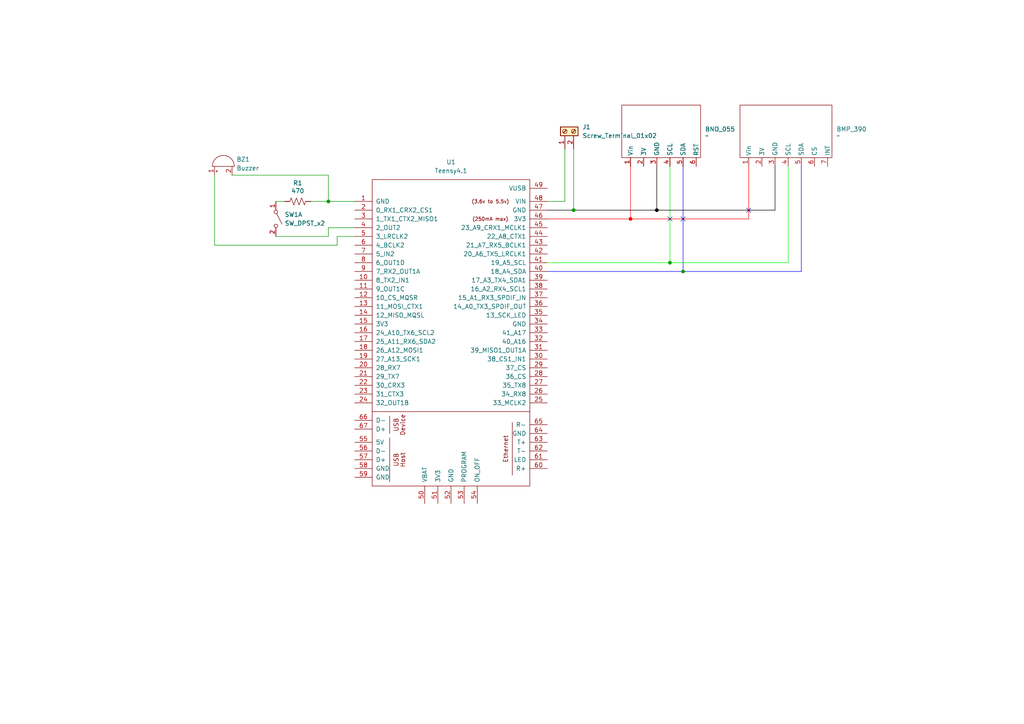
<source format=kicad_sch>
(kicad_sch (version 20231120) (generator "eeschema") (generator_version "8.0")
  (paper "A4")
  (lib_symbols
    (symbol "BNO-055_1"
      (property "Reference" "BMP_390" (at -4.572 0.254 0))
      (symbol "BNO-055_1_0_1"
        (rectangle (start -13.97 7.62) (end 12.7 -7.62))
      )
      (symbol "BNO-055_1_1_1"
        (pin input line (at -11.43 -10.16 90) (length 2.54) (name "Vin") (number "1"))
        (pin input line (at -7.62 -10.16 90) (length 2.54) (name "3V") (number "2"))
        (pin input line (at -3.81 -10.16 90) (length 2.54) (name "GND") (number "3"))
        (pin input line (at 0 -10.16 90) (length 2.54) (name "SCL") (number "4"))
        (pin input line (at 3.81 -10.16 90) (length 2.54) (name "SDA") (number "5"))
        (pin input line (at 7.62 -10.16 90) (length 2.54) (name "CS") (number "6"))
        (pin input line (at 11.43 -10.16 90) (length 2.54) (name "INT") (number "7"))
      )
    )
    (symbol "BNO-055_2"
      (property "Reference" "BNO_055" (at 12.7 0.6351 0))
      (property "Value" "~" (at 12.7 -1.27 0))
      (symbol "BNO-055_2_0_1"
        (rectangle (start -11.43 -7.62) (end 11.43 7.62))
      )
      (symbol "BNO-055_2_1_1"
        (pin input line (at -8.89 -10.16 90) (length 2.54) (name "Vin") (number "1"))
        (pin input line (at -5.08 -10.16 90) (length 2.54) (name "3V") (number "2"))
        (pin input line (at -1.27 -10.16 90) (length 2.54) (name "GND") (number "3"))
        (pin input line (at 2.54 -10.16 90) (length 2.54) (name "SCL") (number "4"))
        (pin input line (at 6.35 -10.16 90) (length 2.54) (name "SDA") (number "5"))
        (pin input line (at 10.16 -10.16 90) (length 2.54) (name "RST") (number "6"))
      )
    )
    (symbol "Connector:Screw_Terminal_01x02" (pin_names (offset 1.016) hide)
      (property "Reference" "J" (at 0 2.54 0))
      (property "Value" "Screw_Terminal_01x02" (at 0 -5.08 0))
      (symbol "Screw_Terminal_01x02_1_1"
        (rectangle (start -1.27 1.27) (end 1.27 -3.81) (stroke (width 0.254)) (fill (type background)))
        (circle (center 0 -2.54) (radius 0.635) (stroke (width 0.1524)))
        (polyline (pts (xy -0.5334 -2.2098) (xy 0.3302 -3.048)) (stroke (width 0.1524)))
        (polyline (pts (xy -0.5334 0.3302) (xy 0.3302 -0.508)) (stroke (width 0.1524)))
        (polyline (pts (xy -0.3556 -2.032) (xy 0.508 -2.8702)) (stroke (width 0.1524)))
        (polyline (pts (xy -0.3556 0.508) (xy 0.508 -0.3302)) (stroke (width 0.1524)))
        (circle (center 0 0) (radius 0.635) (stroke (width 0.1524)))
        (pin passive line (at -5.08 0 0) (length 3.81) (name "Pin_1") (number "1"))
        (pin passive line (at -5.08 -2.54 0) (length 3.81) (name "Pin_2") (number "2"))
      )
    )
    (symbol "Device:Buzzer" (pin_names (offset 0.0254) hide)
      (property "Reference" "BZ" (at 3.81 1.27 0))
      (property "Value" "Buzzer" (at 3.81 -1.27 0))
      (symbol "Buzzer_0_1"
        (arc (start 0 -3.175) (mid 3.1612 0) (end 0 3.175))
        (polyline (pts (xy -1.651 1.905) (xy -1.143 1.905)))
        (polyline (pts (xy -1.397 2.159) (xy -1.397 1.651)))
        (polyline (pts (xy 0 3.175) (xy 0 -3.175)))
      )
      (symbol "Buzzer_1_1"
        (pin passive line (at -2.54 2.54 0) (length 2.54) (name "+") (number "1"))
        (pin passive line (at -2.54 -2.54 0) (length 2.54) (name "-") (number "2"))
      )
    )
    (symbol "Device:R_US" (pin_numbers hide) (pin_names (offset 0))
      (property "Reference" "R" (at 2.54 0 90))
      (property "Value" "R_US" (at -2.54 0 90))
      (symbol "R_US_0_1"
        (polyline (pts (xy 0 -2.286) (xy 0 -2.54)))
        (polyline (pts (xy 0 2.286) (xy 0 2.54)))
        (polyline (pts (xy 0 -0.762) (xy 1.016 -1.143) (xy 0 -1.524) (xy -1.016 -1.905) (xy 0 -2.286)))
        (polyline (pts (xy 0 0.762) (xy 1.016 0.381) (xy 0 0) (xy -1.016 -0.381) (xy 0 -0.762)))
        (polyline (pts (xy 0 2.286) (xy 1.016 1.905) (xy 0 1.524) (xy -1.016 1.143) (xy 0 0.762)))
      )
      (symbol "R_US_1_1"
        (pin passive line (at 0 3.81 270) (length 1.27) (name "~") (number "1"))
        (pin passive line (at 0 -3.81 90) (length 1.27) (name "~") (number "2"))
      )
    )
    (symbol "Switch:SW_DPST_x2" (pin_names (offset 0) hide)
      (property "Reference" "SW" (at 0 3.175 0))
      (property "Value" "SW_DPST_x2" (at 0 -2.54 0))
      (symbol "SW_DPST_x2_0_0"
        (circle (center -2.032 0) (radius 0.508))
        (polyline (pts (xy -1.524 0.254) (xy 1.524 1.778)))
        (circle (center 2.032 0) (radius 0.508))
      )
      (symbol "SW_DPST_x2_1_1"
        (pin passive line (at -5.08 0 0) (length 2.54) (name "A") (number "1"))
        (pin passive line (at 5.08 0 180) (length 2.54) (name "B") (number "2"))
      )
      (symbol "SW_DPST_x2_2_1"
        (pin passive line (at -5.08 0 0) (length 2.54) (name "A") (number "3"))
        (pin passive line (at 5.08 0 180) (length 2.54) (name "B") (number "4"))
      )
    )
    (symbol "teensy:Teensy4.1" (pin_names (offset 1.016))
      (property "Reference" "U" (at 0 64.77 0))
      (property "Value" "Teensy4.1" (at 0 62.23 0))
      (symbol "Teensy4.1_0_0"
        (polyline (pts (xy -22.86 -6.35) (xy 22.86 -6.35)))
        (polyline (pts (xy -17.78 -26.67) (xy -17.78 -13.97)))
        (polyline (pts (xy -17.78 -7.62) (xy -17.78 -12.7)))
        (polyline (pts (xy 17.78 -9.525) (xy 17.78 -24.765)))
        (text "(250mA max)" (at 11.43 49.53 0) (effects (font (size 1.016 1.016))))
        (text "(3.6v to 5.5v)" (at 11.43 54.61 0) (effects (font (size 1.016 1.016))))
        (text "Device" (at -13.97 -10.16 900) (effects (font (size 1.27 1.27))))
        (text "Ethernet" (at 15.875 -17.145 900) (effects (font (size 1.27 1.27))))
        (text "Host" (at -13.97 -20.32 900) (effects (font (size 1.27 1.27))))
        (text "USB" (at -15.875 -20.32 900) (effects (font (size 1.27 1.27))))
        (text "USB" (at -15.875 -10.16 900) (effects (font (size 1.27 1.27))))
        (pin bidirectional line (at -27.94 31.75 0) (length 5.08) (name "8_TX2_IN1") (number "10"))
        (pin bidirectional line (at -27.94 29.21 0) (length 5.08) (name "9_OUT1C") (number "11"))
        (pin bidirectional line (at -27.94 26.67 0) (length 5.08) (name "10_CS_MQSR") (number "12"))
        (pin bidirectional line (at -27.94 24.13 0) (length 5.08) (name "11_MOSI_CTX1") (number "13"))
        (pin bidirectional line (at -27.94 21.59 0) (length 5.08) (name "12_MISO_MQSL") (number "14"))
        (pin power_in line (at -27.94 19.05 0) (length 5.08) (name "3V3") (number "15"))
        (pin bidirectional line (at -27.94 16.51 0) (length 5.08) (name "24_A10_TX6_SCL2") (number "16"))
        (pin bidirectional line (at -27.94 13.97 0) (length 5.08) (name "25_A11_RX6_SDA2") (number "17"))
        (pin bidirectional line (at -27.94 11.43 0) (length 5.08) (name "26_A12_MOSI1") (number "18"))
        (pin bidirectional line (at -27.94 8.89 0) (length 5.08) (name "27_A13_SCK1") (number "19"))
        (pin bidirectional line (at -27.94 6.35 0) (length 5.08) (name "28_RX7") (number "20"))
        (pin bidirectional line (at -27.94 3.81 0) (length 5.08) (name "29_TX7") (number "21"))
        (pin bidirectional line (at -27.94 1.27 0) (length 5.08) (name "30_CRX3") (number "22"))
        (pin bidirectional line (at -27.94 -1.27 0) (length 5.08) (name "31_CTX3") (number "23"))
        (pin bidirectional line (at -27.94 -3.81 0) (length 5.08) (name "32_OUT1B") (number "24"))
        (pin bidirectional line (at 27.94 -3.81 180) (length 5.08) (name "33_MCLK2") (number "25"))
        (pin bidirectional line (at 27.94 -1.27 180) (length 5.08) (name "34_RX8") (number "26"))
        (pin bidirectional line (at 27.94 1.27 180) (length 5.08) (name "35_TX8") (number "27"))
        (pin bidirectional line (at 27.94 3.81 180) (length 5.08) (name "36_CS") (number "28"))
        (pin bidirectional line (at 27.94 6.35 180) (length 5.08) (name "37_CS") (number "29"))
        (pin bidirectional line (at 27.94 8.89 180) (length 5.08) (name "38_CS1_IN1") (number "30"))
        (pin bidirectional line (at 27.94 11.43 180) (length 5.08) (name "39_MISO1_OUT1A") (number "31"))
        (pin bidirectional line (at 27.94 13.97 180) (length 5.08) (name "40_A16") (number "32"))
        (pin bidirectional line (at 27.94 16.51 180) (length 5.08) (name "41_A17") (number "33"))
        (pin bidirectional line (at 27.94 21.59 180) (length 5.08) (name "13_SCK_LED") (number "35"))
        (pin bidirectional line (at 27.94 24.13 180) (length 5.08) (name "14_A0_TX3_SPDIF_OUT") (number "36"))
        (pin bidirectional line (at 27.94 26.67 180) (length 5.08) (name "15_A1_RX3_SPDIF_IN") (number "37"))
        (pin bidirectional line (at 27.94 29.21 180) (length 5.08) (name "16_A2_RX4_SCL1") (number "38"))
        (pin bidirectional line (at 27.94 31.75 180) (length 5.08) (name "17_A3_TX4_SDA1") (number "39"))
        (pin bidirectional line (at 27.94 34.29 180) (length 5.08) (name "18_A4_SDA") (number "40"))
        (pin bidirectional line (at 27.94 36.83 180) (length 5.08) (name "19_A5_SCL") (number "41"))
        (pin bidirectional line (at 27.94 39.37 180) (length 5.08) (name "20_A6_TX5_LRCLK1") (number "42"))
        (pin bidirectional line (at 27.94 41.91 180) (length 5.08) (name "21_A7_RX5_BCLK1") (number "43"))
        (pin bidirectional line (at 27.94 44.45 180) (length 5.08) (name "22_A8_CTX1") (number "44"))
        (pin bidirectional line (at 27.94 46.99 180) (length 5.08) (name "23_A9_CRX1_MCLK1") (number "45"))
        (pin output line (at 27.94 49.53 180) (length 5.08) (name "3V3") (number "46"))
        (pin output line (at 27.94 52.07 180) (length 5.08) (name "GND") (number "47"))
        (pin power_in line (at 27.94 54.61 180) (length 5.08) (name "VIN") (number "48"))
        (pin power_out line (at 27.94 58.42 180) (length 5.08) (name "VUSB") (number "49"))
        (pin bidirectional line (at -27.94 44.45 0) (length 5.08) (name "3_LRCLK2") (number "5"))
        (pin power_in line (at -7.62 -33.02 90) (length 5.08) (name "VBAT") (number "50"))
        (pin power_in line (at -3.81 -33.02 90) (length 5.08) (name "3V3") (number "51"))
        (pin input line (at 0 -33.02 90) (length 5.08) (name "GND") (number "52"))
        (pin input line (at 3.81 -33.02 90) (length 5.08) (name "PROGRAM") (number "53"))
        (pin input line (at 7.62 -33.02 90) (length 5.08) (name "ON_OFF") (number "54"))
        (pin power_out line (at -27.94 -15.24 0) (length 5.08) (name "5V") (number "55"))
        (pin bidirectional line (at -27.94 -17.78 0) (length 5.08) (name "D-") (number "56"))
        (pin bidirectional line (at -27.94 -20.32 0) (length 5.08) (name "D+") (number "57"))
        (pin power_in line (at -27.94 -22.86 0) (length 5.08) (name "GND") (number "58"))
        (pin power_in line (at -27.94 -25.4 0) (length 5.08) (name "GND") (number "59"))
        (pin bidirectional line (at -27.94 41.91 0) (length 5.08) (name "4_BCLK2") (number "6"))
        (pin bidirectional line (at 27.94 -22.86 180) (length 5.08) (name "R+") (number "60"))
        (pin bidirectional line (at 27.94 -20.32 180) (length 5.08) (name "LED") (number "61"))
        (pin bidirectional line (at 27.94 -17.78 180) (length 5.08) (name "T-") (number "62"))
        (pin bidirectional line (at 27.94 -15.24 180) (length 5.08) (name "T+") (number "63"))
        (pin power_in line (at 27.94 -12.7 180) (length 5.08) (name "GND") (number "64"))
        (pin bidirectional line (at 27.94 -10.16 180) (length 5.08) (name "R-") (number "65"))
        (pin bidirectional line (at -27.94 -8.89 0) (length 5.08) (name "D-") (number "66"))
        (pin bidirectional line (at -27.94 -11.43 0) (length 5.08) (name "D+") (number "67"))
        (pin bidirectional line (at -27.94 39.37 0) (length 5.08) (name "5_IN2") (number "7"))
        (pin bidirectional line (at -27.94 36.83 0) (length 5.08) (name "6_OUT1D") (number "8"))
        (pin bidirectional line (at -27.94 34.29 0) (length 5.08) (name "7_RX2_OUT1A") (number "9"))
      )
      (symbol "Teensy4.1_0_1"
        (rectangle (start -22.86 60.96) (end 22.86 -27.94))
        (rectangle (start -20.32 -1.27) (end -20.32 -1.27))
      )
      (symbol "Teensy4.1_1_1"
        (pin power_in line (at -27.94 54.61 0) (length 5.08) (name "GND") (number "1"))
        (pin bidirectional line (at -27.94 52.07 0) (length 5.08) (name "0_RX1_CRX2_CS1") (number "2"))
        (pin bidirectional line (at -27.94 49.53 0) (length 5.08) (name "1_TX1_CTX2_MISO1") (number "3"))
        (pin power_in line (at 27.94 19.05 180) (length 5.08) (name "GND") (number "34"))
        (pin bidirectional line (at -27.94 46.99 0) (length 5.08) (name "2_OUT2") (number "4"))
      )
    )
  )
  (junction (at 198.12 78.74))
  (junction (at 182.88 63.5) (color 255 0 0 1))
  (junction (at 194.31 76.2))
  (junction (at 95.25 58.42))
  (junction (at 166.37 60.96))
  (junction (at 190.5 60.96) (color 0 0 0 1))
  (no_connect (at 198.12 63.5))
  (no_connect (at 217.17 60.96))
  (no_connect (at 194.31 63.5))
  (wire (pts (xy 166.37 43.18) (xy 166.37 60.96)))
  (wire (pts (xy 158.75 76.2) (xy 194.31 76.2)) (stroke (width 0) (color 0 255 0 1)))
  (wire (pts (xy 102.87 66.04) (xy 95.25 66.04)))
  (wire (pts (xy 182.88 48.26) (xy 182.88 63.5)) (stroke (width 0) (color 255 0 0 1)))
  (wire (pts (xy 217.17 48.26) (xy 217.17 63.5)) (stroke (width 0) (color 255 0 0 1)))
  (wire (pts (xy 232.41 78.74) (xy 198.12 78.74)) (stroke (width 0) (color 8 0 255 1)))
  (wire (pts (xy 97.79 68.58) (xy 97.79 71.12)))
  (wire (pts (xy 95.25 58.42) (xy 102.87 58.42)))
  (wire (pts (xy 62.23 71.12) (xy 97.79 71.12)))
  (wire (pts (xy 194.31 76.2) (xy 194.31 48.26)) (stroke (width 0) (color 0 255 0 1)))
  (wire (pts (xy 158.75 60.96) (xy 166.37 60.96)) (stroke (width 0) (color 0 0 0 1)))
  (wire (pts (xy 190.5 60.96) (xy 224.79 60.96)) (stroke (width 0) (color 0 0 0 1)))
  (wire (pts (xy 95.25 68.58) (xy 80.01 68.58)))
  (wire (pts (xy 97.79 68.58) (xy 102.87 68.58)))
  (wire (pts (xy 62.23 71.12) (xy 62.23 50.8)))
  (wire (pts (xy 95.25 66.04) (xy 95.25 68.58)))
  (wire (pts (xy 224.79 60.96) (xy 224.79 48.26)) (stroke (width 0) (color 0 0 0 1)))
  (wire (pts (xy 90.17 58.42) (xy 95.25 58.42)))
  (wire (pts (xy 95.25 50.8) (xy 95.25 58.42)))
  (wire (pts (xy 217.17 63.5) (xy 182.88 63.5)) (stroke (width 0) (color 255 0 0 1)))
  (wire (pts (xy 198.12 48.26) (xy 198.12 78.74)) (stroke (width 0) (color 8 0 255 1)))
  (wire (pts (xy 163.83 43.18) (xy 163.83 58.42)))
  (wire (pts (xy 67.31 50.8) (xy 95.25 50.8)))
  (wire (pts (xy 228.6 76.2) (xy 194.31 76.2)) (stroke (width 0) (color 0 255 0 1)))
  (wire (pts (xy 166.37 60.96) (xy 190.5 60.96)) (stroke (width 0) (color 0 0 0 1)))
  (wire (pts (xy 228.6 48.26) (xy 228.6 76.2)) (stroke (width 0) (color 0 255 0 1)))
  (wire (pts (xy 232.41 48.26) (xy 232.41 78.74)) (stroke (width 0) (color 8 0 255 1)))
  (wire (pts (xy 190.5 48.26) (xy 190.5 60.96)) (stroke (width 0) (color 0 0 0 1)))
  (wire (pts (xy 163.83 58.42) (xy 158.75 58.42)))
  (wire (pts (xy 80.01 58.42) (xy 82.55 58.42)))
  (wire (pts (xy 158.75 78.74) (xy 198.12 78.74)) (stroke (width 0) (color 8 0 255 1)))
  (wire (pts (xy 158.75 63.5) (xy 182.88 63.5)) (stroke (width 0) (color 255 0 0 1)))
  (symbol (lib_name "BNO-055_2") (lib_id "Breakouts:BNO-055") (at 191.77 38.1 0) (unit 1)
    (property "Reference" "BNO_055" (at 204.47 37.4649 0) (effects (justify left)))
    (property "Value" "~" (at 204.47 39.37 0) (effects (justify left)))
  )
  (symbol (lib_id "Switch:SW_DPST_x2") (at 80.01 63.5 270) (unit 1)
    (property "Reference" "SW1" (at 82.55 62.2299 90) (effects (justify left)))
    (property "Value" "SW_DPST_x2" (at 82.55 64.7699 90) (effects (justify left)))
    (property "Description" "Single Pole Single Throw (SPST) switch, separate symbol" (effects (hide yes)))
  )
  (symbol (lib_id "Device:Buzzer") (at 64.77 48.26 90) (unit 1)
    (property "Reference" "BZ1" (at 68.58 46.2348 90) (effects (justify right)))
    (property "Value" "Buzzer" (at 68.58 48.7748 90) (effects (justify right)))
    (property "Description" "Buzzer, polarized" (effects (hide yes)))
  )
  (symbol (lib_id "Connector:Screw_Terminal_01x02") (at 163.83 38.1 90) (unit 1)
    (property "Reference" "J1" (at 168.91 36.8299 90) (effects (justify right)))
    (property "Value" "Screw_Terminal_01x02" (at 168.91 39.3699 90) (effects (justify right)))
    (property "Description" "Generic screw terminal, single row, 01x02, script generated (kicad-library-utils/schlib/autogen/connector/)" (effects (hide yes)))
  )
  (symbol (lib_id "teensy:Teensy4.1") (at 130.81 113.03 0) (unit 1)
    (property "Reference" "U1" (at 130.81 46.99 0))
    (property "Value" "Teensy4.1" (at 130.81 49.53 0))
  )
  (symbol (lib_id "Device:R_US") (at 86.36 58.42 90) (unit 1)
    (property "Reference" "R1" (at 86.36 53.086 90))
    (property "Value" "470" (at 86.36 55.372 90))
    (property "Description" "Resistor, US symbol" (effects (hide yes)))
  )
  (symbol (lib_name "BNO-055_1") (lib_id "Breakouts:BNO-055") (at 228.6 38.1 0) (unit 1)
    (property "Reference" "BMP_390" (at 242.57 37.4649 0) (effects (justify left)))
    (property "Value" "~" (at 242.57 39.37 0) (effects (justify left)))
  )
)
</source>
